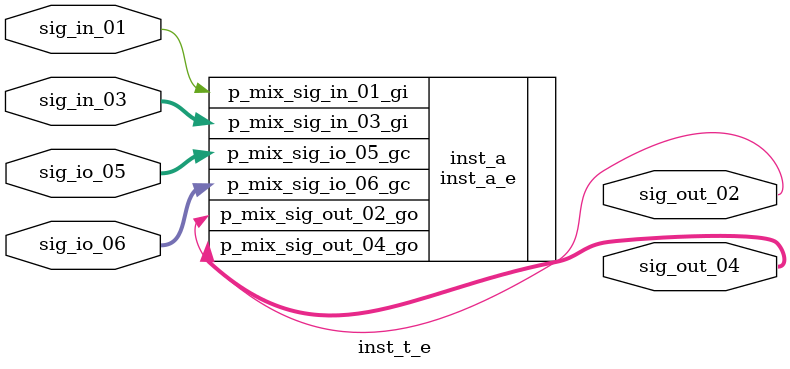
<source format=v>


`timescale 1ns / 1ps


	// No `defines in this module

module inst_t_e
	//
	// Generated module inst_t
	//
		(
		sig_in_01,
		sig_in_03,
		sig_io_05,
		sig_io_06,
		sig_out_02,
		sig_out_04
		);
		// Generated Module Inputs:
		input		sig_in_01;
		input	[7:0]	sig_in_03;
		// Generated Module In/Outputs:
		inout	[5:0]	sig_io_05;
		inout	[6:0]	sig_io_06;
		// Generated Module Outputs:
		output		sig_out_02;
		output	[7:0]	sig_out_04;
		// Generated Wires:
		wire		sig_in_01;
		wire	[7:0]	sig_in_03;
		wire	[5:0]	sig_io_05;
		wire	[6:0]	sig_io_06;
		wire		sig_out_02;
		wire	[7:0]	sig_out_04;
		// End of generated module header


    // Internal signals

		//
		// Generated Signal List
		//
		//
		// End of Generated Signal List
		//


    // %COMPILER_OPTS%

	// Generated Signal Assignments


    //
    // Generated Instances
    // wiring ...

	// Generated Instances and Port Mappings
		// Generated Instance Port Map for inst_a
		inst_a_e inst_a(
			.p_mix_sig_in_01_gi(sig_in_01),
			.p_mix_sig_in_03_gi(sig_in_03),
			.p_mix_sig_io_05_gc(sig_io_05),
			.p_mix_sig_io_06_gc(sig_io_06),
			.p_mix_sig_out_02_go(sig_out_02),
			.p_mix_sig_out_04_go(sig_out_04)
		);
		// End of Generated Instance Port Map for inst_a



endmodule
//
// End of Generated Module rtl of inst_t_e
//
//
//!End of Module/s
// --------------------------------------------------------------

</source>
